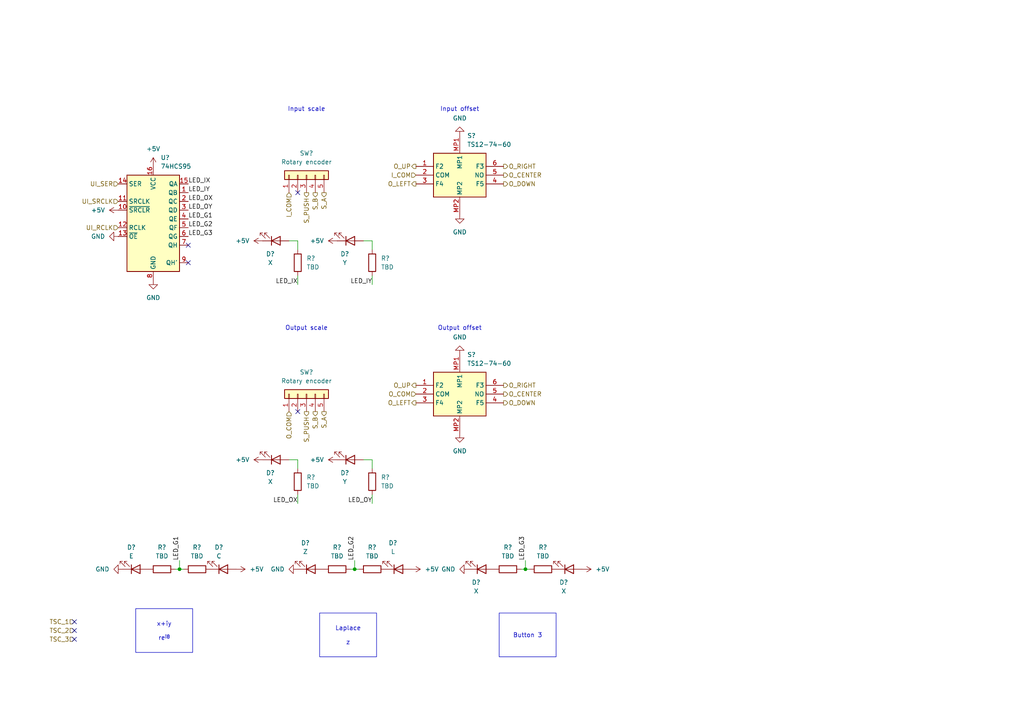
<source format=kicad_sch>
(kicad_sch (version 20250114) (generator "eeschema") (generator_version "9.0")
  (paper "A4")
  (lib_symbols
    (symbol "74xx:74HC595"
      (property "Reference" "U" (at -7.62 13.97 0))
      (property "Value" "74HC595" (at -7.62 -16.51 0))
      (symbol "74HC595_1_0"
        (pin input line (at -10.16 10.16 0) (length 2.54) (name "SER") (number "14"))
        (pin input line (at -10.16 5.08 0) (length 2.54) (name "SRCLK") (number "11"))
        (pin input line (at -10.16 2.54 0) (length 2.54) (name "~{SRCLR}") (number "10"))
        (pin input line (at -10.16 -2.54 0) (length 2.54) (name "RCLK") (number "12"))
        (pin input line (at -10.16 -5.08 0) (length 2.54) (name "~{OE}") (number "13"))
        (pin power_in line (at 0 15.24 270) (length 2.54) (name "VCC") (number "16"))
        (pin power_in line (at 0 -17.78 90) (length 2.54) (name "GND") (number "8"))
        (pin tri_state line (at 10.16 10.16 180) (length 2.54) (name "QA") (number "15"))
        (pin tri_state line (at 10.16 7.62 180) (length 2.54) (name "QB") (number "1"))
        (pin tri_state line (at 10.16 5.08 180) (length 2.54) (name "QC") (number "2"))
        (pin tri_state line (at 10.16 2.54 180) (length 2.54) (name "QD") (number "3"))
        (pin tri_state line (at 10.16 0 180) (length 2.54) (name "QE") (number "4"))
        (pin tri_state line (at 10.16 -2.54 180) (length 2.54) (name "QF") (number "5"))
        (pin tri_state line (at 10.16 -5.08 180) (length 2.54) (name "QG") (number "6"))
        (pin tri_state line (at 10.16 -7.62 180) (length 2.54) (name "QH") (number "7"))
        (pin output line (at 10.16 -12.7 180) (length 2.54) (name "QH'") (number "9"))
      )
      (symbol "74HC595_1_1"
        (rectangle (start -7.62 12.7) (end 7.62 -15.24) (stroke (width 0.254)) (fill (type background)))
      )
    )
    (symbol "Connector_Generic:Conn_01x05" (pin_names (offset 1.016) (hide yes))
      (property "Reference" "J" (at 0 7.62 0))
      (property "Value" "Conn_01x05" (at 0 -7.62 0))
      (symbol "Conn_01x05_1_1"
        (rectangle (start -1.27 6.35) (end 1.27 -6.35) (stroke (width 0.254)) (fill (type background)))
        (rectangle (start -1.27 5.207) (end 0 4.953) (stroke (width 0.1524)))
        (rectangle (start -1.27 2.667) (end 0 2.413) (stroke (width 0.1524)))
        (rectangle (start -1.27 0.127) (end 0 -0.127) (stroke (width 0.1524)))
        (rectangle (start -1.27 -2.413) (end 0 -2.667) (stroke (width 0.1524)))
        (rectangle (start -1.27 -4.953) (end 0 -5.207) (stroke (width 0.1524)))
        (pin passive line (at -5.08 5.08 0) (length 3.81) (name "Pin_1") (number "1"))
        (pin passive line (at -5.08 2.54 0) (length 3.81) (name "Pin_2") (number "2"))
        (pin passive line (at -5.08 0 0) (length 3.81) (name "Pin_3") (number "3"))
        (pin passive line (at -5.08 -2.54 0) (length 3.81) (name "Pin_4") (number "4"))
        (pin passive line (at -5.08 -5.08 0) (length 3.81) (name "Pin_5") (number "5"))
      )
    )
    (symbol "Device:LED" (pin_numbers (hide yes)) (pin_names (offset 1.016) (hide yes))
      (property "Reference" "D" (at 0 2.54 0))
      (property "Value" "LED" (at 0 -2.54 0))
      (symbol "LED_0_1"
        (polyline (pts (xy -3.048 -0.762) (xy -4.572 -2.286) (xy -3.81 -2.286) (xy -4.572 -2.286) (xy -4.572 -1.524)))
        (polyline (pts (xy -1.778 -0.762) (xy -3.302 -2.286) (xy -2.54 -2.286) (xy -3.302 -2.286) (xy -3.302 -1.524)))
        (polyline (pts (xy -1.27 0) (xy 1.27 0)))
        (polyline (pts (xy -1.27 -1.27) (xy -1.27 1.27)) (stroke (width 0.254)))
        (polyline (pts (xy 1.27 -1.27) (xy 1.27 1.27) (xy -1.27 0) (xy 1.27 -1.27)) (stroke (width 0.254)))
      )
      (symbol "LED_1_1"
        (pin passive line (at -3.81 0 0) (length 2.54) (name "K") (number "1"))
        (pin passive line (at 3.81 0 180) (length 2.54) (name "A") (number "2"))
      )
    )
    (symbol "Device:R" (pin_numbers (hide yes)) (pin_names (offset 0))
      (property "Reference" "R" (at 2.032 0 90))
      (property "Value" "R" (at 0 0 90))
      (symbol "R_0_1"
        (rectangle (start -1.016 -2.54) (end 1.016 2.54) (stroke (width 0.254)))
      )
      (symbol "R_1_1"
        (pin passive line (at 0 3.81 270) (length 1.27) (name "~") (number "1"))
        (pin passive line (at 0 -3.81 90) (length 1.27) (name "~") (number "2"))
      )
    )
    (symbol "TS12-74-60:TS12-74-60"
      (property "Reference" "S" (at 8.89 17.78 0))
      (property "Value" "TS12-74-60" (at 8.89 15.24 0))
      (symbol "TS12-74-60_1_1"
        (rectangle (start -7.62 6.35) (end 7.62 -6.35) (stroke (width 0.254)) (fill (type background)))
        (pin passive line (at -12.7 2.54 0) (length 5.08) (name "F2") (number "1"))
        (pin passive line (at -12.7 0 0) (length 5.08) (name "COM") (number "2"))
        (pin passive line (at -12.7 -2.54 0) (length 5.08) (name "F4") (number "3"))
        (pin passive line (at 0 11.43 270) (length 5.08) (name "MP1") (number "MP1"))
        (pin passive line (at 0 -11.43 90) (length 5.08) (name "MP2") (number "MP2"))
        (pin passive line (at 12.7 2.54 180) (length 5.08) (name "F3") (number "6"))
        (pin passive line (at 12.7 0 180) (length 5.08) (name "NO") (number "5"))
        (pin passive line (at 12.7 -2.54 180) (length 5.08) (name "F5") (number "4"))
      )
    )
    (symbol "power:+5V" (power) (pin_numbers (hide yes)) (pin_names (offset 0) (hide yes))
      (property "Value" "+5V" (at 0 3.556 0))
      (symbol "+5V_0_1"
        (polyline (pts (xy -0.762 1.27) (xy 0 2.54)))
        (polyline (pts (xy 0 2.54) (xy 0.762 1.27)))
        (polyline (pts (xy 0 0) (xy 0 2.54)))
      )
      (symbol "+5V_1_1"
        (pin power_in line (at 0 0 90) (length 0) (name "~") (number "1"))
      )
    )
    (symbol "power:GND" (power) (pin_numbers (hide yes)) (pin_names (offset 0) (hide yes))
      (property "Value" "GND" (at 0 -3.81 0))
      (symbol "GND_0_1"
        (polyline (pts (xy 0 0) (xy 0 -1.27) (xy 1.27 -1.27) (xy 0 -2.54) (xy -1.27 -1.27) (xy 0 -1.27)))
      )
      (symbol "GND_1_1"
        (pin power_in line (at 0 0 270) (length 0) (name "~") (number "1"))
      )
    )
  )
  (text "Input offset" (at 133.35 31.75 0) (effects (font (size 1.27 1.27))))
  (text "Output offset" (at 133.35 95.25 0) (effects (font (size 1.27 1.27))))
  (text "Input scale" (at 88.9 31.75 0) (effects (font (size 1.27 1.27))))
  (text "Output scale" (at 88.9 95.25 0) (effects (font (size 1.27 1.27))))
  (text_box "x+iy\n\nre^{iθ}" (at 39.37 176.53 0) (size 16.51 12.7) (margins 0.9525 0.9525 0.9525 0.9525) (effects (font (size 1.27 1.27))))
  (text_box "Button 3" (at 144.78 177.8 0) (size 16.51 12.7) (margins 0.9525 0.9525 0.9525 0.9525) (effects (font (size 1.27 1.27))))
  (text_box "Laplace\n\nz" (at 92.71 177.8 0) (size 16.51 12.7) (margins 0.9525 0.9525 0.9525 0.9525) (effects (font (size 1.27 1.27))))
  (junction (at 102.87 165.1))
  (junction (at 152.4 165.1))
  (junction (at 52.07 165.1))
  (no_connect (at 54.61 76.2))
  (no_connect (at 21.59 180.34))
  (no_connect (at 86.36 119.38))
  (no_connect (at 21.59 185.42))
  (no_connect (at 21.59 182.88))
  (no_connect (at 86.36 55.88))
  (no_connect (at 54.61 71.12))
  (wire (pts (xy 152.4 162.56) (xy 152.4 165.1)))
  (wire (pts (xy 50.8 165.1) (xy 52.07 165.1)))
  (wire (pts (xy 83.82 69.85) (xy 86.36 69.85)))
  (wire (pts (xy 86.36 143.51) (xy 86.36 146.05)))
  (wire (pts (xy 102.87 165.1) (xy 104.14 165.1)))
  (wire (pts (xy 107.95 69.85) (xy 107.95 72.39)))
  (wire (pts (xy 52.07 165.1) (xy 53.34 165.1)))
  (wire (pts (xy 86.36 69.85) (xy 86.36 72.39)))
  (wire (pts (xy 86.36 82.55) (xy 86.36 80.01)))
  (wire (pts (xy 107.95 82.55) (xy 107.95 80.01)))
  (wire (pts (xy 105.41 133.35) (xy 107.95 133.35)))
  (wire (pts (xy 105.41 69.85) (xy 107.95 69.85)))
  (wire (pts (xy 107.95 143.51) (xy 107.95 146.05)))
  (wire (pts (xy 83.82 133.35) (xy 86.36 133.35)))
  (wire (pts (xy 107.95 133.35) (xy 107.95 135.89)))
  (wire (pts (xy 101.6 165.1) (xy 102.87 165.1)))
  (wire (pts (xy 52.07 162.56) (xy 52.07 165.1)))
  (wire (pts (xy 151.13 165.1) (xy 152.4 165.1)))
  (wire (pts (xy 102.87 162.56) (xy 102.87 165.1)))
  (wire (pts (xy 152.4 165.1) (xy 153.67 165.1)))
  (wire (pts (xy 86.36 133.35) (xy 86.36 135.89)))
  (label "LED_IX" (at 86.36 82.55 180))
  (label "LED_OX" (at 54.61 58.42 0))
  (label "LED_G1" (at 52.07 162.56 90))
  (label "LED_IY" (at 54.61 55.88 0))
  (label "LED_G3" (at 54.61 68.58 0))
  (label "LED_G3" (at 152.4 162.56 90))
  (label "LED_OY" (at 107.95 146.05 180))
  (label "LED_OY" (at 54.61 60.96 0))
  (label "LED_OX" (at 86.36 146.05 180))
  (label "LED_G2" (at 54.61 66.04 0))
  (label "LED_G1" (at 54.61 63.5 0))
  (label "LED_G2" (at 102.87 162.56 90))
  (label "LED_IX" (at 54.61 53.34 0))
  (label "LED_IY" (at 107.95 82.55 180))
  (hierarchical_label "O_LEFT" (shape output) (at 120.65 53.34 180))
  (hierarchical_label "O_DOWN" (shape output) (at 146.05 116.84 0))
  (hierarchical_label "O_COM" (shape input) (at 120.65 114.3 180))
  (hierarchical_label "O_CENTER" (shape output) (at 146.05 114.3 0))
  (hierarchical_label "S_A" (shape output) (at 93.98 119.38 270))
  (hierarchical_label "TSC_1" (shape input) (at 21.59 180.34 180))
  (hierarchical_label "I_COM" (shape input) (at 120.65 50.8 180))
  (hierarchical_label "O_LEFT" (shape output) (at 120.65 116.84 180))
  (hierarchical_label "O_COM" (shape input) (at 83.82 119.38 270))
  (hierarchical_label "S_PUSH" (shape output) (at 88.9 119.38 270))
  (hierarchical_label "UI_RCLK" (shape input) (at 34.29 66.04 180))
  (hierarchical_label "O_RIGHT" (shape output) (at 146.05 111.76 0))
  (hierarchical_label "S_PUSH" (shape output) (at 88.9 55.88 270))
  (hierarchical_label "UI_SER" (shape input) (at 34.29 53.34 180))
  (hierarchical_label "TSC_3" (shape input) (at 21.59 185.42 180))
  (hierarchical_label "O_UP" (shape output) (at 120.65 48.26 180))
  (hierarchical_label "S_A" (shape output) (at 93.98 55.88 270))
  (hierarchical_label "O_UP" (shape output) (at 120.65 111.76 180))
  (hierarchical_label "UI_SRCLK" (shape input) (at 34.29 58.42 180))
  (hierarchical_label "TSC_2" (shape input) (at 21.59 182.88 180))
  (hierarchical_label "O_DOWN" (shape output) (at 146.05 53.34 0))
  (hierarchical_label "O_CENTER" (shape output) (at 146.05 50.8 0))
  (hierarchical_label "O_RIGHT" (shape output) (at 146.05 48.26 0))
  (hierarchical_label "S_B" (shape output) (at 91.44 55.88 270))
  (hierarchical_label "I_COM" (shape input) (at 83.82 55.88 270))
  (hierarchical_label "S_B" (shape output) (at 91.44 119.38 270))
  (symbol (lib_id "power:+5V") (at 34.29 60.96 90) (unit 1)
    (property "Reference" "#PWR0149" (effects (hide yes)))
    (property "Value" "+5V" (at 30.48 60.9599 90) (effects (justify left)))
    (property "Description" "Power symbol creates a global label with name \"+5V\"" (effects (hide yes)))
  )
  (symbol (lib_id "Device:R") (at 97.79 165.1 90) (mirror x) (unit 1)
    (property "Reference" "R?" (at 97.79 158.75 90))
    (property "Value" "TBD" (at 97.79 161.29 90))
    (property "Footprint" "Resistor_SMD:R_0603_1608Metric" (effects (hide yes)))
    (property "Description" "Resistor" (effects (hide yes)))
  )
  (symbol (lib_id "Device:LED") (at 165.1 165.1 0) (mirror x) (unit 1)
    (property "Reference" "D?" (at 163.5125 168.91 0))
    (property "Value" "X" (at 163.5125 171.45 0))
    (property "Footprint" "LED_SMD:LED_0603_1608Metric" (effects (hide yes)))
    (property "Description" "Light emitting diode" (effects (hide yes)))
    (property "Sim.Pins" "1=K 2=A" (effects (hide yes)))
  )
  (symbol (lib_id "TS12-74-60:TS12-74-60") (at 133.35 114.3 0) (unit 1)
    (property "Reference" "S?" (at 135.4933 102.87 0) (effects (justify left)))
    (property "Value" "TS12-74-60" (at 135.4933 105.41 0) (effects (justify left)))
    (property "Footprint" "TS12-74-60:TS127460" (effects (hide yes)))
    (property "Datasheet" "https://www.cuidevices.com/product/resource/pdf/ts12.pdf" (effects (hide yes)))
    (property "Description" "7.4 x 7.4 mm, 5~7 mm Actuator Height, 160~260 gf, Surface Mount, TR, SPST, Tactile Switch" (effects (hide yes)))
    (property "Height" "6.2" (effects (hide yes)))
    (property "Mouser Part Number" "179-TS127460250SMTTR" (effects (hide yes)))
    (property "Mouser Price/Stock" "https://www.mouser.co.uk/ProductDetail/CUI-Devices/TS12-74-60-BK-250-SMT-TR?qs=t7xnP681wgUg8sqSaOIQFQ%3D%3D" (effects (hide yes)))
    (property "Manufacturer_Name" "CUI Devices" (effects (hide yes)))
    (property "Manufacturer_Part_Number" "TS12-74-60-BK-250-SMT-TR" (effects (hide yes)))
  )
  (symbol (lib_id "Device:LED") (at 39.37 165.1 0) (mirror x) (unit 1)
    (property "Reference" "D?" (at 38.1 158.75 0))
    (property "Value" "E" (at 38.1 161.29 0))
    (property "Footprint" "LED_SMD:LED_0603_1608Metric" (effects (hide yes)))
    (property "Description" "Light emitting diode" (effects (hide yes)))
    (property "Sim.Pins" "1=K 2=A" (effects (hide yes)))
  )
  (symbol (lib_id "power:+5V") (at 97.79 133.35 90) (unit 1)
    (property "Reference" "#PWR0155" (effects (hide yes)))
    (property "Value" "+5V" (at 93.98 133.3499 90) (effects (justify left)))
    (property "Description" "Power symbol creates a global label with name \"+5V\"" (effects (hide yes)))
  )
  (symbol (lib_id "power:+5V") (at 168.91 165.1 270) (unit 1)
    (property "Reference" "#PWR0161" (effects (hide yes)))
    (property "Value" "+5V" (at 172.72 165.0999 90) (effects (justify left)))
    (property "Description" "Power symbol creates a global label with name \"+5V\"" (effects (hide yes)))
  )
  (symbol (lib_id "power:+5V") (at 76.2 133.35 90) (unit 1)
    (property "Reference" "#PWR0153" (effects (hide yes)))
    (property "Value" "+5V" (at 72.39 133.3499 90) (effects (justify left)))
    (property "Description" "Power symbol creates a global label with name \"+5V\"" (effects (hide yes)))
  )
  (symbol (lib_id "Device:LED") (at 115.57 165.1 0) (mirror x) (unit 1)
    (property "Reference" "D?" (at 113.9825 157.48 0))
    (property "Value" "L" (at 113.9825 160.02 0))
    (property "Footprint" "LED_SMD:LED_0603_1608Metric" (effects (hide yes)))
    (property "Description" "Light emitting diode" (effects (hide yes)))
    (property "Sim.Pins" "1=K 2=A" (effects (hide yes)))
  )
  (symbol (lib_id "Device:LED") (at 139.7 165.1 0) (mirror x) (unit 1)
    (property "Reference" "D?" (at 138.1125 168.91 0))
    (property "Value" "X" (at 138.1125 171.45 0))
    (property "Footprint" "LED_SMD:LED_0603_1608Metric" (effects (hide yes)))
    (property "Description" "Light emitting diode" (effects (hide yes)))
    (property "Sim.Pins" "1=K 2=A" (effects (hide yes)))
  )
  (symbol (lib_id "Device:R") (at 147.32 165.1 90) (mirror x) (unit 1)
    (property "Reference" "R?" (at 147.32 158.75 90))
    (property "Value" "TBD" (at 147.32 161.29 90))
    (property "Footprint" "Resistor_SMD:R_0603_1608Metric" (effects (hide yes)))
    (property "Description" "Resistor" (effects (hide yes)))
  )
  (symbol (lib_id "power:+5V") (at 44.45 48.26 0) (unit 1)
    (property "Reference" "#PWR0154" (effects (hide yes)))
    (property "Value" "+5V" (at 44.45 43.18 0))
    (property "Description" "Power symbol creates a global label with name \"+5V\"" (effects (hide yes)))
  )
  (symbol (lib_id "Device:R") (at 107.95 76.2 0) (mirror y) (unit 1)
    (property "Reference" "R?" (at 110.49 74.9301 0) (effects (justify right)))
    (property "Value" "TBD" (at 110.49 77.4701 0) (effects (justify right)))
    (property "Footprint" "Resistor_SMD:R_0603_1608Metric" (effects (hide yes)))
    (property "Description" "Resistor" (effects (hide yes)))
  )
  (symbol (lib_id "power:GND") (at 34.29 68.58 270) (unit 1)
    (property "Reference" "#PWR0151" (effects (hide yes)))
    (property "Value" "GND" (at 30.48 68.5799 90) (effects (justify right)))
    (property "Description" "Power symbol creates a global label with name \"GND\" , ground" (effects (hide yes)))
  )
  (symbol (lib_id "power:GND") (at 35.56 165.1 270) (unit 1)
    (property "Reference" "#PWR0157" (effects (hide yes)))
    (property "Value" "GND" (at 31.75 165.0999 90) (effects (justify right)))
    (property "Description" "Power symbol creates a global label with name \"GND\" , ground" (effects (hide yes)))
  )
  (symbol (lib_id "power:GND") (at 135.89 165.1 270) (unit 1)
    (property "Reference" "#PWR0160" (effects (hide yes)))
    (property "Value" "GND" (at 132.08 165.0999 90) (effects (justify right)))
    (property "Description" "Power symbol creates a global label with name \"GND\" , ground" (effects (hide yes)))
  )
  (symbol (lib_id "power:GND") (at 44.45 81.28 0) (unit 1)
    (property "Reference" "#PWR0148" (effects (hide yes)))
    (property "Value" "GND" (at 44.45 86.36 0))
    (property "Description" "Power symbol creates a global label with name \"GND\" , ground" (effects (hide yes)))
  )
  (symbol (lib_id "Device:R") (at 157.48 165.1 90) (mirror x) (unit 1)
    (property "Reference" "R?" (at 157.48 158.75 90))
    (property "Value" "TBD" (at 157.48 161.29 90))
    (property "Footprint" "Resistor_SMD:R_0603_1608Metric" (effects (hide yes)))
    (property "Description" "Resistor" (effects (hide yes)))
  )
  (symbol (lib_id "power:GND") (at 133.35 39.37 180) (unit 1)
    (property "Reference" "#PWR0211" (effects (hide yes)))
    (property "Value" "GND" (at 133.35 34.29 0))
    (property "Description" "Power symbol creates a global label with name \"GND\" , ground" (effects (hide yes)))
  )
  (symbol (lib_id "power:GND") (at 133.35 62.23 0) (unit 1)
    (property "Reference" "#PWR0210" (effects (hide yes)))
    (property "Value" "GND" (at 133.35 67.31 0))
    (property "Description" "Power symbol creates a global label with name \"GND\" , ground" (effects (hide yes)))
  )
  (symbol (lib_id "power:+5V") (at 68.58 165.1 270) (unit 1)
    (property "Reference" "#PWR0156" (effects (hide yes)))
    (property "Value" "+5V" (at 72.39 165.0999 90) (effects (justify left)))
    (property "Description" "Power symbol creates a global label with name \"+5V\"" (effects (hide yes)))
  )
  (symbol (lib_id "power:GND") (at 133.35 125.73 0) (unit 1)
    (property "Reference" "#PWR0212" (effects (hide yes)))
    (property "Value" "GND" (at 133.35 130.81 0))
    (property "Description" "Power symbol creates a global label with name \"GND\" , ground" (effects (hide yes)))
  )
  (symbol (lib_id "Connector_Generic:Conn_01x05") (at 88.9 114.3 90) (unit 1)
    (property "Reference" "SW?" (at 88.9 107.95 90))
    (property "Value" "Rotary encoder" (at 88.9 110.49 90))
    (property "Footprint" "Connector_PinHeader_2.54mm:PinHeader_1x05_P2.54mm_Vertical_SMD_Pin1Right" (effects (hide yes)))
    (property "Description" "Generic connector, single row, 01x05, script generated (kicad-library-utils/schlib/autogen/connector/)" (effects (hide yes)))
  )
  (symbol (lib_id "Device:LED") (at 90.17 165.1 0) (mirror x) (unit 1)
    (property "Reference" "D?" (at 88.5825 157.48 0))
    (property "Value" "Z" (at 88.5825 160.02 0))
    (property "Footprint" "LED_SMD:LED_0603_1608Metric" (effects (hide yes)))
    (property "Description" "Light emitting diode" (effects (hide yes)))
    (property "Sim.Pins" "1=K 2=A" (effects (hide yes)))
  )
  (symbol (lib_id "74xx:74HC595") (at 44.45 63.5 0) (unit 1)
    (property "Reference" "U?" (at 46.5933 45.72 0) (effects (justify left)))
    (property "Value" "74HCS95" (at 46.5933 48.26 0) (effects (justify left)))
    (property "Datasheet" "http://www.ti.com/lit/ds/symlink/sn74hc595.pdf" (effects (hide yes)))
    (property "Description" "8-bit serial in/out Shift Register 3-State Outputs" (effects (hide yes)))
  )
  (symbol (lib_id "Device:LED") (at 80.01 69.85 0) (mirror x) (unit 1)
    (property "Reference" "D?" (at 78.4225 73.66 0))
    (property "Value" "X" (at 78.4225 76.2 0))
    (property "Footprint" "LED_SMD:LED_0603_1608Metric" (effects (hide yes)))
    (property "Description" "Light emitting diode" (effects (hide yes)))
    (property "Sim.Pins" "1=K 2=A" (effects (hide yes)))
  )
  (symbol (lib_id "Device:R") (at 86.36 76.2 0) (mirror y) (unit 1)
    (property "Reference" "R?" (at 88.9 74.9301 0) (effects (justify right)))
    (property "Value" "TBD" (at 88.9 77.4701 0) (effects (justify right)))
    (property "Footprint" "Resistor_SMD:R_0603_1608Metric" (effects (hide yes)))
    (property "Description" "Resistor" (effects (hide yes)))
  )
  (symbol (lib_id "power:+5V") (at 76.2 69.85 90) (unit 1)
    (property "Reference" "#PWR0152" (effects (hide yes)))
    (property "Value" "+5V" (at 72.39 69.8499 90) (effects (justify left)))
    (property "Description" "Power symbol creates a global label with name \"+5V\"" (effects (hide yes)))
  )
  (symbol (lib_id "Device:R") (at 86.36 139.7 0) (mirror y) (unit 1)
    (property "Reference" "R?" (at 88.9 138.4301 0) (effects (justify right)))
    (property "Value" "TBD" (at 88.9 140.9701 0) (effects (justify right)))
    (property "Footprint" "Resistor_SMD:R_0603_1608Metric" (effects (hide yes)))
    (property "Description" "Resistor" (effects (hide yes)))
  )
  (symbol (lib_id "power:+5V") (at 97.79 69.85 90) (unit 1)
    (property "Reference" "#PWR0150" (effects (hide yes)))
    (property "Value" "+5V" (at 93.98 69.8499 90) (effects (justify left)))
    (property "Description" "Power symbol creates a global label with name \"+5V\"" (effects (hide yes)))
  )
  (symbol (lib_id "Device:LED") (at 101.6 133.35 0) (mirror x) (unit 1)
    (property "Reference" "D?" (at 100.0125 137.16 0))
    (property "Value" "Y" (at 100.0125 139.7 0))
    (property "Footprint" "LED_SMD:LED_0603_1608Metric" (effects (hide yes)))
    (property "Description" "Light emitting diode" (effects (hide yes)))
    (property "Sim.Pins" "1=K 2=A" (effects (hide yes)))
  )
  (symbol (lib_id "power:+5V") (at 119.38 165.1 270) (unit 1)
    (property "Reference" "#PWR0159" (effects (hide yes)))
    (property "Value" "+5V" (at 123.19 165.0999 90) (effects (justify left)))
    (property "Description" "Power symbol creates a global label with name \"+5V\"" (effects (hide yes)))
  )
  (symbol (lib_id "Connector_Generic:Conn_01x05") (at 88.9 50.8 90) (unit 1)
    (property "Reference" "SW?" (at 88.9 44.45 90))
    (property "Value" "Rotary encoder" (at 88.9 46.99 90))
    (property "Footprint" "Connector_PinHeader_2.54mm:PinHeader_1x05_P2.54mm_Vertical_SMD_Pin1Right" (effects (hide yes)))
    (property "Description" "Generic connector, single row, 01x05, script generated (kicad-library-utils/schlib/autogen/connector/)" (effects (hide yes)))
  )
  (symbol (lib_id "power:GND") (at 86.36 165.1 270) (unit 1)
    (property "Reference" "#PWR0158" (effects (hide yes)))
    (property "Value" "GND" (at 82.55 165.0999 90) (effects (justify right)))
    (property "Description" "Power symbol creates a global label with name \"GND\" , ground" (effects (hide yes)))
  )
  (symbol (lib_id "Device:R") (at 107.95 165.1 90) (mirror x) (unit 1)
    (property "Reference" "R?" (at 107.95 158.75 90))
    (property "Value" "TBD" (at 107.95 161.29 90))
    (property "Footprint" "Resistor_SMD:R_0603_1608Metric" (effects (hide yes)))
    (property "Description" "Resistor" (effects (hide yes)))
  )
  (symbol (lib_id "Device:LED") (at 80.01 133.35 0) (mirror x) (unit 1)
    (property "Reference" "D?" (at 78.4225 137.16 0))
    (property "Value" "X" (at 78.4225 139.7 0))
    (property "Footprint" "LED_SMD:LED_0603_1608Metric" (effects (hide yes)))
    (property "Description" "Light emitting diode" (effects (hide yes)))
    (property "Sim.Pins" "1=K 2=A" (effects (hide yes)))
  )
  (symbol (lib_id "Device:R") (at 107.95 139.7 0) (mirror y) (unit 1)
    (property "Reference" "R?" (at 110.49 138.4301 0) (effects (justify right)))
    (property "Value" "TBD" (at 110.49 140.9701 0) (effects (justify right)))
    (property "Footprint" "Resistor_SMD:R_0603_1608Metric" (effects (hide yes)))
    (property "Description" "Resistor" (effects (hide yes)))
  )
  (symbol (lib_id "Device:LED") (at 101.6 69.85 0) (mirror x) (unit 1)
    (property "Reference" "D?" (at 100.0125 73.66 0))
    (property "Value" "Y" (at 100.0125 76.2 0))
    (property "Footprint" "LED_SMD:LED_0603_1608Metric" (effects (hide yes)))
    (property "Description" "Light emitting diode" (effects (hide yes)))
    (property "Sim.Pins" "1=K 2=A" (effects (hide yes)))
  )
  (symbol (lib_id "Device:LED") (at 64.77 165.1 0) (mirror x) (unit 1)
    (property "Reference" "D?" (at 63.5 158.75 0))
    (property "Value" "C" (at 63.5 161.29 0))
    (property "Footprint" "LED_SMD:LED_0603_1608Metric" (effects (hide yes)))
    (property "Description" "Light emitting diode" (effects (hide yes)))
    (property "Sim.Pins" "1=K 2=A" (effects (hide yes)))
  )
  (symbol (lib_id "Device:R") (at 57.15 165.1 90) (mirror x) (unit 1)
    (property "Reference" "R?" (at 57.15 158.75 90))
    (property "Value" "TBD" (at 57.15 161.29 90))
    (property "Footprint" "Resistor_SMD:R_0603_1608Metric" (effects (hide yes)))
    (property "Description" "Resistor" (effects (hide yes)))
  )
  (symbol (lib_id "TS12-74-60:TS12-74-60") (at 133.35 50.8 0) (unit 1)
    (property "Reference" "S?" (at 135.4933 39.37 0) (effects (justify left)))
    (property "Value" "TS12-74-60" (at 135.4933 41.91 0) (effects (justify left)))
    (property "Footprint" "TS12-74-60:TS127460" (effects (hide yes)))
    (property "Datasheet" "https://www.cuidevices.com/product/resource/pdf/ts12.pdf" (effects (hide yes)))
    (property "Description" "7.4 x 7.4 mm, 5~7 mm Actuator Height, 160~260 gf, Surface Mount, TR, SPST, Tactile Switch" (effects (hide yes)))
    (property "Height" "6.2" (effects (hide yes)))
    (property "Mouser Part Number" "179-TS127460250SMTTR" (effects (hide yes)))
    (property "Mouser Price/Stock" "https://www.mouser.co.uk/ProductDetail/CUI-Devices/TS12-74-60-BK-250-SMT-TR?qs=t7xnP681wgUg8sqSaOIQFQ%3D%3D" (effects (hide yes)))
    (property "Manufacturer_Name" "CUI Devices" (effects (hide yes)))
    (property "Manufacturer_Part_Number" "TS12-74-60-BK-250-SMT-TR" (effects (hide yes)))
  )
  (symbol (lib_id "Device:R") (at 46.99 165.1 90) (mirror x) (unit 1)
    (property "Reference" "R?" (at 46.99 158.75 90))
    (property "Value" "TBD" (at 46.99 161.29 90))
    (property "Footprint" "Resistor_SMD:R_0603_1608Metric" (effects (hide yes)))
    (property "Description" "Resistor" (effects (hide yes)))
  )
  (symbol (lib_id "power:GND") (at 133.35 102.87 180) (unit 1)
    (property "Reference" "#PWR0209" (effects (hide yes)))
    (property "Value" "GND" (at 133.35 97.79 0))
    (property "Description" "Power symbol creates a global label with name \"GND\" , ground" (effects (hide yes)))
  )
)
</source>
